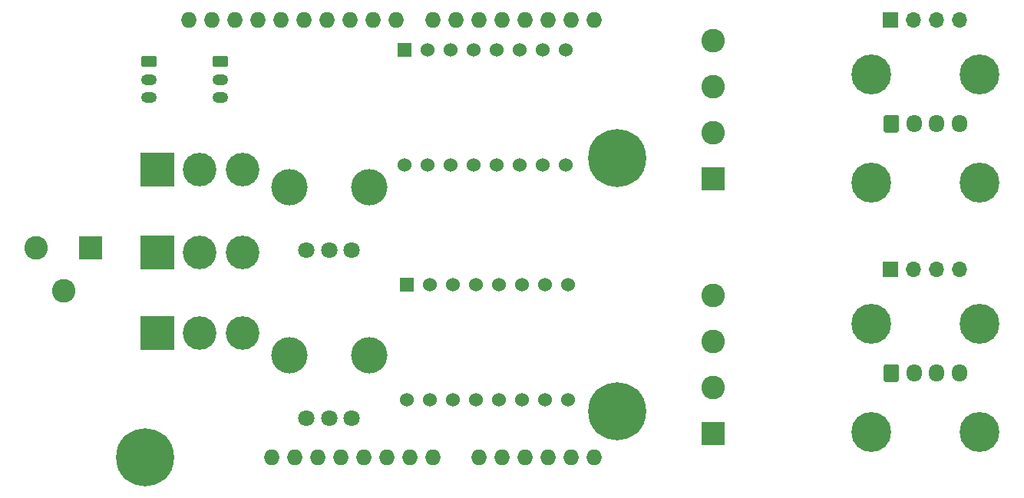
<source format=gbs>
%MOIN*%
%OFA0B0*%
%FSLAX46Y46*%
%IPPOS*%
%LPD*%
%ADD10O,0.068X0.068*%
%ADD11C,0.12598425196850396*%
%ADD12R,0.060000000000000005X0.060000000000000005*%
%ADD13C,0.060000000000000005*%
%ADD14C,0.031496062992125991*%
%ADD15C,0.25196850393700793*%
%ADD16C,0.10236220472440946*%
%ADD17R,0.10236220472440946X0.10236220472440946*%
%ADD18O,0.068897637795275593X0.047244094488188976*%
%ADD19C,0.070866141732283464*%
%ADD20C,0.15748031496062992*%
%ADD21C,0.1456692913385827*%
%ADD22R,0.1456692913385827X0.1456692913385827*%
%ADD33C,0.17322834645669294*%
%ADD34C,0.027559055118110236*%
%ADD35O,0.066929133858267723X0.076771653543307089*%
%ADD36R,0.066929133858267723X0.066929133858267723*%
%ADD37O,0.066929133858267723X0.066929133858267723*%
%ADD38C,0.17322834645669294*%
%ADD39C,0.027559055118110236*%
%ADD40O,0.066929133858267723X0.076771653543307089*%
%ADD41R,0.066929133858267723X0.066929133858267723*%
%ADD42O,0.066929133858267723X0.066929133858267723*%
G01*
D10*
X-0004007000Y0005095319D02*
X0002745952Y0000167366D03*
X0002645952Y0000167366D03*
X0002545952Y0000167366D03*
X0002445952Y0000167366D03*
X0002345952Y0000167366D03*
X0001345952Y0000167366D03*
X0001585952Y0002067366D03*
X0001485952Y0002067366D03*
X0001385952Y0002067366D03*
X0001185952Y0002067366D03*
X0001085952Y0002067366D03*
X0000985952Y0002067366D03*
D11*
X0000795952Y0000167366D03*
X0002845952Y0001467366D03*
X0002845952Y0000367366D03*
D10*
X0001685952Y0002067366D03*
X0001785952Y0002067366D03*
X0001885952Y0002067366D03*
X0001285952Y0002067366D03*
X0002045952Y0002067366D03*
X0002145952Y0002067366D03*
X0002245952Y0002067366D03*
X0002345952Y0002067366D03*
X0002445952Y0002067366D03*
X0002545952Y0002067366D03*
X0002645952Y0002067366D03*
X0002745952Y0002067366D03*
X0001445952Y0000167366D03*
X0001545952Y0000167366D03*
X0001645952Y0000167366D03*
X0001745952Y0000167366D03*
X0001845952Y0000167366D03*
X0001945952Y0000167366D03*
X0002045952Y0000167366D03*
X0002245952Y0000167366D03*
D12*
X0001933000Y0000915319D03*
D13*
X0002033000Y0000915319D03*
X0002132999Y0000915319D03*
X0002233000Y0000915319D03*
X0002333000Y0000915319D03*
X0002432999Y0000915319D03*
X0002533000Y0000915319D03*
X0002633000Y0000915319D03*
X0002633000Y0000415319D03*
X0002533000Y0000415319D03*
X0002432999Y0000415319D03*
X0002333000Y0000415319D03*
X0002233000Y0000415319D03*
X0002132999Y0000415319D03*
X0002033000Y0000415319D03*
X0001933000Y0000415319D03*
X0001923000Y0001435319D03*
X0002023000Y0001435319D03*
X0002123000Y0001435319D03*
X0002222999Y0001435319D03*
X0002323000Y0001435319D03*
X0002423000Y0001435319D03*
X0002522999Y0001435319D03*
X0002622999Y0001435319D03*
X0002622999Y0001935319D03*
X0002522999Y0001935319D03*
X0002423000Y0001935319D03*
X0002323000Y0001935319D03*
X0002222999Y0001935319D03*
X0002123000Y0001935319D03*
X0002023000Y0001935319D03*
D12*
X0001923000Y0001935319D03*
D10*
X0002245952Y0000167366D03*
X0002045952Y0000167366D03*
X0001945952Y0000167366D03*
X0001845952Y0000167366D03*
X0001745952Y0000167366D03*
X0001645952Y0000167366D03*
X0001545952Y0000167366D03*
X0001445952Y0000167366D03*
X0002745952Y0002067366D03*
X0002645952Y0002067366D03*
X0002545952Y0002067366D03*
X0002445952Y0002067366D03*
X0002345952Y0002067366D03*
X0002245952Y0002067366D03*
X0002145952Y0002067366D03*
X0002045952Y0002067366D03*
X0001285952Y0002067366D03*
X0001885952Y0002067366D03*
X0001785952Y0002067366D03*
X0001685952Y0002067366D03*
D11*
X0002845952Y0000367366D03*
X0002845952Y0001467366D03*
X0000795952Y0000167366D03*
D10*
X0000985952Y0002067366D03*
X0001085952Y0002067366D03*
X0001185952Y0002067366D03*
X0001385952Y0002067366D03*
X0001485952Y0002067366D03*
X0001585952Y0002067366D03*
X0001345952Y0000167366D03*
X0002345952Y0000167366D03*
X0002445952Y0000167366D03*
X0002545952Y0000167366D03*
X0002645952Y0000167366D03*
X0002745952Y0000167366D03*
D14*
X0002912765Y0001534179D03*
X0002845952Y0001561854D03*
X0002779139Y0001534179D03*
X0002751464Y0001467366D03*
X0002779139Y0001400553D03*
X0002845952Y0001372878D03*
X0002912765Y0001400553D03*
X0002940440Y0001467366D03*
D15*
X0002845952Y0001467366D03*
X0000795952Y0000167366D03*
D14*
X0000890440Y0000167366D03*
X0000862765Y0000100553D03*
X0000795952Y0000072878D03*
X0000729139Y0000100553D03*
X0000701464Y0000167366D03*
X0000729139Y0000234179D03*
X0000795952Y0000261854D03*
X0000862765Y0000234179D03*
X0002912765Y0000434179D03*
X0002845952Y0000461854D03*
X0002779139Y0000434179D03*
X0002751464Y0000367366D03*
X0002779139Y0000300553D03*
X0002845952Y0000272878D03*
X0002912765Y0000300553D03*
X0002940440Y0000367366D03*
D15*
X0002845952Y0000367366D03*
D16*
X0003262999Y0001975319D03*
X0003262999Y0001775319D03*
X0003262999Y0001575319D03*
D17*
X0003262999Y0001375319D03*
X0003262999Y0000270319D03*
D16*
X0003262999Y0000470319D03*
X0003262999Y0000670319D03*
X0003262999Y0000870319D03*
D18*
X0000812999Y0001728838D03*
X0000812999Y0001807578D03*
G36*
G01*
X0000788393Y0001909941D02*
X0000837606Y0001909941D01*
G75*
G02*
X0000847448Y0001900098J-0000009842D01*
G01*
X0000847448Y0001872539D01*
G75*
G02*
X0000837606Y0001862697I-0000009842D01*
G01*
X0000788393Y0001862697D01*
G75*
G02*
X0000778551Y0001872539J0000009842D01*
G01*
X0000778551Y0001900098D01*
G75*
G02*
X0000788393Y0001909941I0000009842D01*
G01*
G37*
G36*
G01*
X0001098393Y0001909941D02*
X0001147606Y0001909941D01*
G75*
G02*
X0001157448Y0001900098J-0000009842D01*
G01*
X0001157448Y0001872539D01*
G75*
G02*
X0001147606Y0001862697I-0000009842D01*
G01*
X0001098393Y0001862697D01*
G75*
G02*
X0001088551Y0001872539J0000009842D01*
G01*
X0001088551Y0001900098D01*
G75*
G02*
X0001098393Y0001909941I0000009842D01*
G01*
G37*
X0001122999Y0001807578D03*
X0001122999Y0001728838D03*
D17*
X0000559220Y0001075319D03*
D16*
X0000323000Y0001075319D03*
X0000441110Y0000890279D03*
D19*
X0001496149Y0000335319D03*
X0001594574Y0000335319D03*
X0001693000Y0000335319D03*
D20*
X0001421346Y0000610909D03*
X0001767803Y0000610909D03*
X0001767803Y0001340909D03*
X0001421346Y0001340909D03*
D19*
X0001693000Y0001065319D03*
X0001594574Y0001065319D03*
X0001496149Y0001065319D03*
D21*
X0001032999Y0000705319D03*
D22*
X0000847960Y0000705319D03*
D21*
X0001218039Y0000705319D03*
X0001218039Y0001055319D03*
D22*
X0000847960Y0001055319D03*
D21*
X0001032999Y0001055319D03*
X0001032999Y0001415319D03*
D22*
X0000847960Y0001415319D03*
D21*
X0001218039Y0001415319D03*
G04 next file*
G04 #@! TF.GenerationSoftware,KiCad,Pcbnew,5.1.9-73d0e3b20d~88~ubuntu18.04.1*
G04 #@! TF.CreationDate,2021-02-13T22:07:47-05:00*
G04 #@! TF.ProjectId,connector,636f6e6e-6563-4746-9f72-2e6b69636164,v1.0.0*
G04 #@! TF.SameCoordinates,Original*
G04 #@! TF.FileFunction,Soldermask,Bot*
G04 #@! TF.FilePolarity,Negative*
G04 Gerber Fmt 4.6, Leading zero omitted, Abs format (unit mm)*
G04 Created by KiCad (PCBNEW 5.1.9-73d0e3b20d~88~ubuntu18.04.1) date 2021-02-13 22:07:47*
G01*
G04 APERTURE LIST*
G04 APERTURE END LIST*
D33*
X0000247173Y0004537401D02*
X0003947960Y0000748031D03*
D34*
X0004012921Y0000748031D03*
X0003993894Y0000702097D03*
X0003947960Y0000683070D03*
X0003902026Y0000702097D03*
X0003883000Y0000748031D03*
X0003902026Y0000793965D03*
X0003947960Y0000812992D03*
X0003993894Y0000793965D03*
X0004466335Y0000793965D03*
X0004420401Y0000812992D03*
X0004374467Y0000793965D03*
X0004355440Y0000748031D03*
X0004374467Y0000702097D03*
X0004420401Y0000683070D03*
X0004466335Y0000702097D03*
X0004485362Y0000748031D03*
D33*
X0004420401Y0000748031D03*
X0003947960Y0000275590D03*
D34*
X0004012921Y0000275590D03*
X0003993894Y0000229656D03*
X0003947960Y0000210629D03*
X0003902026Y0000229656D03*
X0003883000Y0000275590D03*
X0003902026Y0000321524D03*
X0003947960Y0000340551D03*
X0003993894Y0000321524D03*
X0004466335Y0000321524D03*
X0004420401Y0000340551D03*
X0004374467Y0000321524D03*
X0004355440Y0000275590D03*
X0004374467Y0000229656D03*
X0004420401Y0000210629D03*
X0004466335Y0000229656D03*
X0004485362Y0000275590D03*
D33*
X0004420401Y0000275590D03*
G36*
G01*
X0004002708Y0000503858D02*
X0004002708Y0000560944D01*
G75*
G02*
X0004012551Y0000570787I0000009842D01*
G01*
X0004059795Y0000570787D01*
G75*
G02*
X0004069637Y0000560944J-0000009842D01*
G01*
X0004069637Y0000503858D01*
G75*
G02*
X0004059795Y0000494015I-0000009842D01*
G01*
X0004012551Y0000494015D01*
G75*
G02*
X0004002708Y0000503858J0000009842D01*
G01*
G37*
D35*
X0004134598Y0000532401D03*
X0004233023Y0000532401D03*
X0004331448Y0000532401D03*
D36*
X0004034204Y0000984401D03*
D37*
X0004134204Y0000984401D03*
X0004234204Y0000984401D03*
X0004334204Y0000984401D03*
G04 next file*
G04 #@! TF.GenerationSoftware,KiCad,Pcbnew,5.1.9-73d0e3b20d~88~ubuntu18.04.1*
G04 #@! TF.CreationDate,2021-02-13T22:07:47-05:00*
G04 #@! TF.ProjectId,connector,636f6e6e-6563-4746-9f72-2e6b69636164,v1.0.0*
G04 #@! TF.SameCoordinates,Original*
G04 #@! TF.FileFunction,Soldermask,Bot*
G04 #@! TF.FilePolarity,Negative*
G04 Gerber Fmt 4.6, Leading zero omitted, Abs format (unit mm)*
G04 Created by KiCad (PCBNEW 5.1.9-73d0e3b20d~88~ubuntu18.04.1) date 2021-02-13 22:07:47*
G01*
G04 APERTURE LIST*
G04 APERTURE END LIST*
D38*
X0000247173Y0005620078D02*
X0003947960Y0001830708D03*
D39*
X0004012921Y0001830708D03*
X0003993894Y0001784774D03*
X0003947960Y0001765747D03*
X0003902026Y0001784774D03*
X0003883000Y0001830708D03*
X0003902026Y0001876642D03*
X0003947960Y0001895669D03*
X0003993894Y0001876642D03*
X0004466335Y0001876642D03*
X0004420401Y0001895669D03*
X0004374467Y0001876642D03*
X0004355440Y0001830708D03*
X0004374467Y0001784774D03*
X0004420401Y0001765747D03*
X0004466335Y0001784774D03*
X0004485362Y0001830708D03*
D38*
X0004420401Y0001830708D03*
X0003947960Y0001358267D03*
D39*
X0004012921Y0001358267D03*
X0003993894Y0001312333D03*
X0003947960Y0001293307D03*
X0003902026Y0001312333D03*
X0003883000Y0001358267D03*
X0003902026Y0001404201D03*
X0003947960Y0001423228D03*
X0003993894Y0001404201D03*
X0004466335Y0001404201D03*
X0004420401Y0001423228D03*
X0004374467Y0001404201D03*
X0004355440Y0001358267D03*
X0004374467Y0001312333D03*
X0004420401Y0001293307D03*
X0004466335Y0001312333D03*
X0004485362Y0001358267D03*
D38*
X0004420401Y0001358267D03*
G36*
G01*
X0004002708Y0001586535D02*
X0004002708Y0001643622D01*
G75*
G02*
X0004012551Y0001653464I0000009842D01*
G01*
X0004059795Y0001653464D01*
G75*
G02*
X0004069637Y0001643622J-0000009842D01*
G01*
X0004069637Y0001586535D01*
G75*
G02*
X0004059795Y0001576692I-0000009842D01*
G01*
X0004012551Y0001576692D01*
G75*
G02*
X0004002708Y0001586535J0000009842D01*
G01*
G37*
D40*
X0004134598Y0001615078D03*
X0004233023Y0001615078D03*
X0004331448Y0001615078D03*
D41*
X0004034204Y0002067078D03*
D42*
X0004134204Y0002067078D03*
X0004234204Y0002067078D03*
X0004334204Y0002067078D03*
M02*
</source>
